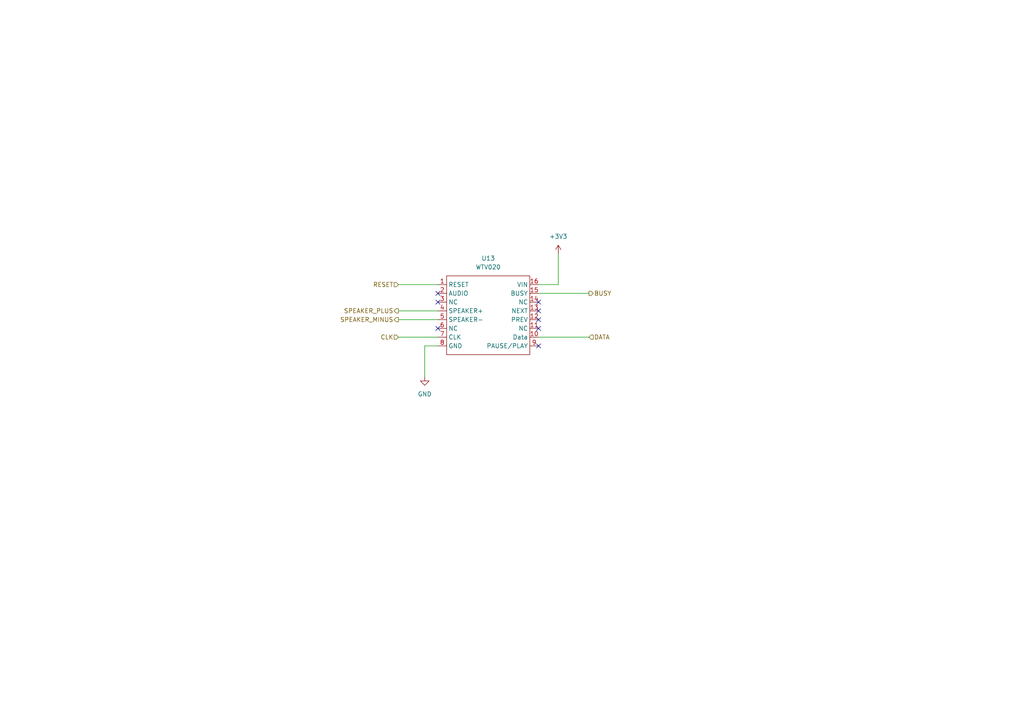
<source format=kicad_sch>
(kicad_sch (version 20211123) (generator eeschema)

  (uuid 2537560c-332d-49f8-8eb1-c5b1321dac32)

  (paper "A4")

  (lib_symbols
    (symbol "OpenMowerMainboardLib:WTV020" (in_bom yes) (on_board yes)
      (property "Reference" "U" (id 0) (at 0 0 0)
        (effects (font (size 1.27 1.27)))
      )
      (property "Value" "WTV020" (id 1) (at 0 -2.54 0)
        (effects (font (size 1.27 1.27)))
      )
      (property "Footprint" "WTV020:WTV020" (id 2) (at 0 0 0)
        (effects (font (size 1.27 1.27)) hide)
      )
      (property "Datasheet" "" (id 3) (at 0 0 0)
        (effects (font (size 1.27 1.27)) hide)
      )
      (symbol "WTV020_0_1"
        (rectangle (start -12.7 25.4) (end 11.43 2.54)
          (stroke (width 0) (type default) (color 0 0 0 0))
          (fill (type none))
        )
      )
      (symbol "WTV020_1_1"
        (pin input line (at -15.24 22.86 0) (length 2.54)
          (name "RESET" (effects (font (size 1.27 1.27))))
          (number "1" (effects (font (size 1.27 1.27))))
        )
        (pin input line (at 13.97 7.62 180) (length 2.54)
          (name "Data" (effects (font (size 1.27 1.27))))
          (number "10" (effects (font (size 1.27 1.27))))
        )
        (pin input line (at 13.97 10.16 180) (length 2.54)
          (name "NC" (effects (font (size 1.27 1.27))))
          (number "11" (effects (font (size 1.27 1.27))))
        )
        (pin input line (at 13.97 12.7 180) (length 2.54)
          (name "PREV" (effects (font (size 1.27 1.27))))
          (number "12" (effects (font (size 1.27 1.27))))
        )
        (pin input line (at 13.97 15.24 180) (length 2.54)
          (name "NEXT" (effects (font (size 1.27 1.27))))
          (number "13" (effects (font (size 1.27 1.27))))
        )
        (pin input line (at 13.97 17.78 180) (length 2.54)
          (name "NC" (effects (font (size 1.27 1.27))))
          (number "14" (effects (font (size 1.27 1.27))))
        )
        (pin input line (at 13.97 20.32 180) (length 2.54)
          (name "BUSY" (effects (font (size 1.27 1.27))))
          (number "15" (effects (font (size 1.27 1.27))))
        )
        (pin input line (at 13.97 22.86 180) (length 2.54)
          (name "VIN" (effects (font (size 1.27 1.27))))
          (number "16" (effects (font (size 1.27 1.27))))
        )
        (pin input line (at -15.24 20.32 0) (length 2.54)
          (name "AUDIO" (effects (font (size 1.27 1.27))))
          (number "2" (effects (font (size 1.27 1.27))))
        )
        (pin input line (at -15.24 17.78 0) (length 2.54)
          (name "NC" (effects (font (size 1.27 1.27))))
          (number "3" (effects (font (size 1.27 1.27))))
        )
        (pin input line (at -15.24 15.24 0) (length 2.54)
          (name "SPEAKER+" (effects (font (size 1.27 1.27))))
          (number "4" (effects (font (size 1.27 1.27))))
        )
        (pin input line (at -15.24 12.7 0) (length 2.54)
          (name "SPEAKER-" (effects (font (size 1.27 1.27))))
          (number "5" (effects (font (size 1.27 1.27))))
        )
        (pin input line (at -15.24 10.16 0) (length 2.54)
          (name "NC" (effects (font (size 1.27 1.27))))
          (number "6" (effects (font (size 1.27 1.27))))
        )
        (pin input line (at -15.24 7.62 0) (length 2.54)
          (name "CLK" (effects (font (size 1.27 1.27))))
          (number "7" (effects (font (size 1.27 1.27))))
        )
        (pin input line (at -15.24 5.08 0) (length 2.54)
          (name "GND" (effects (font (size 1.27 1.27))))
          (number "8" (effects (font (size 1.27 1.27))))
        )
        (pin input line (at 13.97 5.08 180) (length 2.54)
          (name "PAUSE/PLAY" (effects (font (size 1.27 1.27))))
          (number "9" (effects (font (size 1.27 1.27))))
        )
      )
    )
    (symbol "power:+3.3V" (power) (pin_names (offset 0)) (in_bom yes) (on_board yes)
      (property "Reference" "#PWR" (id 0) (at 0 -3.81 0)
        (effects (font (size 1.27 1.27)) hide)
      )
      (property "Value" "+3.3V" (id 1) (at 0 3.556 0)
        (effects (font (size 1.27 1.27)))
      )
      (property "Footprint" "" (id 2) (at 0 0 0)
        (effects (font (size 1.27 1.27)) hide)
      )
      (property "Datasheet" "" (id 3) (at 0 0 0)
        (effects (font (size 1.27 1.27)) hide)
      )
      (property "ki_keywords" "power-flag" (id 4) (at 0 0 0)
        (effects (font (size 1.27 1.27)) hide)
      )
      (property "ki_description" "Power symbol creates a global label with name \"+3.3V\"" (id 5) (at 0 0 0)
        (effects (font (size 1.27 1.27)) hide)
      )
      (symbol "+3.3V_0_1"
        (polyline
          (pts
            (xy -0.762 1.27)
            (xy 0 2.54)
          )
          (stroke (width 0) (type default) (color 0 0 0 0))
          (fill (type none))
        )
        (polyline
          (pts
            (xy 0 0)
            (xy 0 2.54)
          )
          (stroke (width 0) (type default) (color 0 0 0 0))
          (fill (type none))
        )
        (polyline
          (pts
            (xy 0 2.54)
            (xy 0.762 1.27)
          )
          (stroke (width 0) (type default) (color 0 0 0 0))
          (fill (type none))
        )
      )
      (symbol "+3.3V_1_1"
        (pin power_in line (at 0 0 90) (length 0) hide
          (name "+3V3" (effects (font (size 1.27 1.27))))
          (number "1" (effects (font (size 1.27 1.27))))
        )
      )
    )
    (symbol "power:GND" (power) (pin_names (offset 0)) (in_bom yes) (on_board yes)
      (property "Reference" "#PWR" (id 0) (at 0 -6.35 0)
        (effects (font (size 1.27 1.27)) hide)
      )
      (property "Value" "GND" (id 1) (at 0 -3.81 0)
        (effects (font (size 1.27 1.27)))
      )
      (property "Footprint" "" (id 2) (at 0 0 0)
        (effects (font (size 1.27 1.27)) hide)
      )
      (property "Datasheet" "" (id 3) (at 0 0 0)
        (effects (font (size 1.27 1.27)) hide)
      )
      (property "ki_keywords" "power-flag" (id 4) (at 0 0 0)
        (effects (font (size 1.27 1.27)) hide)
      )
      (property "ki_description" "Power symbol creates a global label with name \"GND\" , ground" (id 5) (at 0 0 0)
        (effects (font (size 1.27 1.27)) hide)
      )
      (symbol "GND_0_1"
        (polyline
          (pts
            (xy 0 0)
            (xy 0 -1.27)
            (xy 1.27 -1.27)
            (xy 0 -2.54)
            (xy -1.27 -1.27)
            (xy 0 -1.27)
          )
          (stroke (width 0) (type default) (color 0 0 0 0))
          (fill (type none))
        )
      )
      (symbol "GND_1_1"
        (pin power_in line (at 0 0 270) (length 0) hide
          (name "GND" (effects (font (size 1.27 1.27))))
          (number "1" (effects (font (size 1.27 1.27))))
        )
      )
    )
  )


  (no_connect (at 156.21 100.33) (uuid 58a43d81-932f-4735-a767-09de22fb11cd))
  (no_connect (at 156.21 95.25) (uuid 58a43d81-932f-4735-a767-09de22fb11ce))
  (no_connect (at 156.21 87.63) (uuid 58a43d81-932f-4735-a767-09de22fb11cf))
  (no_connect (at 156.21 90.17) (uuid 58a43d81-932f-4735-a767-09de22fb11d0))
  (no_connect (at 156.21 92.71) (uuid 58a43d81-932f-4735-a767-09de22fb11d1))
  (no_connect (at 127 85.09) (uuid 58a43d81-932f-4735-a767-09de22fb11d2))
  (no_connect (at 127 87.63) (uuid 58a43d81-932f-4735-a767-09de22fb11d3))
  (no_connect (at 127 95.25) (uuid 58a43d81-932f-4735-a767-09de22fb11d4))

  (wire (pts (xy 161.925 73.66) (xy 161.925 82.55))
    (stroke (width 0) (type default) (color 0 0 0 0))
    (uuid 0576de40-12a9-4b55-a6d4-82e857648701)
  )
  (wire (pts (xy 115.57 92.71) (xy 127 92.71))
    (stroke (width 0) (type default) (color 0 0 0 0))
    (uuid 1417e592-303a-4c66-b519-448a41a911ee)
  )
  (wire (pts (xy 156.21 82.55) (xy 161.925 82.55))
    (stroke (width 0) (type default) (color 0 0 0 0))
    (uuid 2c67b665-4284-4081-b5e4-2bde99ccc56e)
  )
  (wire (pts (xy 115.57 97.79) (xy 127 97.79))
    (stroke (width 0) (type default) (color 0 0 0 0))
    (uuid 58056d87-fbf5-47b8-8bd7-bc898d16d696)
  )
  (wire (pts (xy 115.57 82.55) (xy 127 82.55))
    (stroke (width 0) (type default) (color 0 0 0 0))
    (uuid 5cdf9c86-c74d-4d81-96f1-541959245e26)
  )
  (wire (pts (xy 115.57 90.17) (xy 127 90.17))
    (stroke (width 0) (type default) (color 0 0 0 0))
    (uuid 7b90ed7c-31c6-432c-ab72-ae25e87033a1)
  )
  (wire (pts (xy 123.19 100.33) (xy 123.19 109.22))
    (stroke (width 0) (type default) (color 0 0 0 0))
    (uuid c118d916-f560-4dde-ab5e-674e1652248b)
  )
  (wire (pts (xy 156.21 85.09) (xy 170.815 85.09))
    (stroke (width 0) (type default) (color 0 0 0 0))
    (uuid c5f0ff03-d395-494c-9cfd-9a4be59cf73e)
  )
  (wire (pts (xy 156.21 97.79) (xy 170.815 97.79))
    (stroke (width 0) (type default) (color 0 0 0 0))
    (uuid c86d231e-4de5-44ce-addd-76e610411816)
  )
  (wire (pts (xy 127 100.33) (xy 123.19 100.33))
    (stroke (width 0) (type default) (color 0 0 0 0))
    (uuid efcb0093-7d77-4747-814c-f861eb496cf6)
  )

  (hierarchical_label "SPEAKER_MINUS" (shape output) (at 115.57 92.71 180)
    (effects (font (size 1.27 1.27)) (justify right))
    (uuid 20b60dc9-31fa-4c39-bd24-fd6018796717)
  )
  (hierarchical_label "DATA" (shape input) (at 170.815 97.79 0)
    (effects (font (size 1.27 1.27)) (justify left))
    (uuid 58a36bb8-f383-4a01-8dcb-2fb3a077e9c8)
  )
  (hierarchical_label "CLK" (shape input) (at 115.57 97.79 180)
    (effects (font (size 1.27 1.27)) (justify right))
    (uuid 8be8b8d3-bec1-49d2-be7c-c04f85d09738)
  )
  (hierarchical_label "SPEAKER_PLUS" (shape output) (at 115.57 90.17 180)
    (effects (font (size 1.27 1.27)) (justify right))
    (uuid 90d539aa-5942-47ea-a924-c8682e173937)
  )
  (hierarchical_label "RESET" (shape input) (at 115.57 82.55 180)
    (effects (font (size 1.27 1.27)) (justify right))
    (uuid d8fc30c0-2824-4f4a-936c-84329569ddd0)
  )
  (hierarchical_label "BUSY" (shape output) (at 170.815 85.09 0)
    (effects (font (size 1.27 1.27)) (justify left))
    (uuid e99b3826-e64a-4f23-bae2-619603a47670)
  )

  (symbol (lib_id "power:+3.3V") (at 161.925 73.66 0) (unit 1)
    (in_bom yes) (on_board yes) (fields_autoplaced)
    (uuid 478e5891-ab64-458a-abc0-6f5e16654972)
    (property "Reference" "#PWR0156" (id 0) (at 161.925 77.47 0)
      (effects (font (size 1.27 1.27)) hide)
    )
    (property "Value" "+3.3V" (id 1) (at 161.925 68.58 0))
    (property "Footprint" "" (id 2) (at 161.925 73.66 0)
      (effects (font (size 1.27 1.27)) hide)
    )
    (property "Datasheet" "" (id 3) (at 161.925 73.66 0)
      (effects (font (size 1.27 1.27)) hide)
    )
    (pin "1" (uuid 91d622a2-c6c4-42ec-ac6f-8a2718eedb93))
  )

  (symbol (lib_id "OpenMowerMainboardLib:WTV020") (at 142.24 105.41 0) (unit 1)
    (in_bom yes) (on_board yes) (fields_autoplaced)
    (uuid afc98042-5cc0-4829-ba17-7f0b84724d85)
    (property "Reference" "U13" (id 0) (at 141.605 74.93 0))
    (property "Value" "WTV020" (id 1) (at 141.605 77.47 0))
    (property "Footprint" "WTV020:WTV020" (id 2) (at 142.24 105.41 0)
      (effects (font (size 1.27 1.27)) hide)
    )
    (property "Datasheet" "" (id 3) (at 142.24 105.41 0)
      (effects (font (size 1.27 1.27)) hide)
    )
    (pin "1" (uuid 17f4613f-236c-4844-a37d-dda900e1bc38))
    (pin "10" (uuid f348f61a-6efd-48b9-b505-bb43999a6b17))
    (pin "11" (uuid c82e44bc-17c7-48ee-a505-c6742adfe1fb))
    (pin "12" (uuid d7ce1f49-544e-4ea3-a0aa-90004c0e323f))
    (pin "13" (uuid 755f76ed-49d3-4e55-8a0d-d466bd25da76))
    (pin "14" (uuid 1bbf25d9-f5ae-47cd-a4cf-900ee6e9e223))
    (pin "15" (uuid f933ff20-0c92-4145-a8ad-e0175f996ff2))
    (pin "16" (uuid c833aa96-5105-4f74-a43d-0d87bb1ac726))
    (pin "2" (uuid 078abacb-7261-4a7e-b0a6-4b600a2401c9))
    (pin "3" (uuid b4a8177b-608f-43e7-a09e-7970c43ce332))
    (pin "4" (uuid 75e54c91-b7fa-49da-8d61-d518539cc23c))
    (pin "5" (uuid cdb1efe0-b4d9-4d17-9c2b-dad198e78040))
    (pin "6" (uuid ae841be9-6fe4-4932-8dbe-bfd2e653f6ba))
    (pin "7" (uuid 96e3f7f9-01f7-4765-b071-b5ff6358d64f))
    (pin "8" (uuid 0f4a25ef-e639-41bd-bba0-72e1295606ad))
    (pin "9" (uuid 90c28eac-88b8-4f88-982d-84b03047b1d4))
  )

  (symbol (lib_id "power:GND") (at 123.19 109.22 0) (unit 1)
    (in_bom yes) (on_board yes) (fields_autoplaced)
    (uuid d1e069ab-78de-4d78-85a7-ec665f792388)
    (property "Reference" "#PWR0157" (id 0) (at 123.19 115.57 0)
      (effects (font (size 1.27 1.27)) hide)
    )
    (property "Value" "GND" (id 1) (at 123.19 114.3 0))
    (property "Footprint" "" (id 2) (at 123.19 109.22 0)
      (effects (font (size 1.27 1.27)) hide)
    )
    (property "Datasheet" "" (id 3) (at 123.19 109.22 0)
      (effects (font (size 1.27 1.27)) hide)
    )
    (pin "1" (uuid 36612c3b-e6dd-4982-8f8b-ceb2782124e9))
  )
)

</source>
